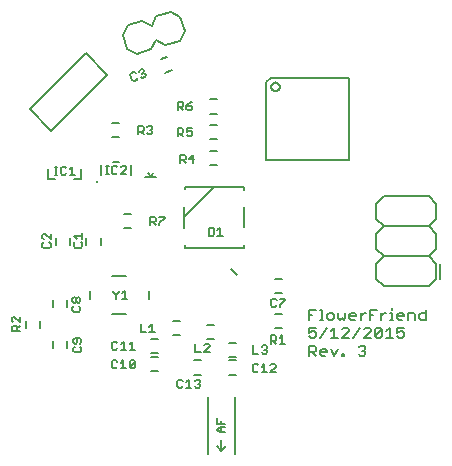
<source format=gto>
G75*
%MOIN*%
%OFA0B0*%
%FSLAX25Y25*%
%IPPOS*%
%LPD*%
%AMOC8*
5,1,8,0,0,1.08239X$1,22.5*
%
%ADD10C,0.00500*%
%ADD11C,0.00600*%
%ADD12C,0.00800*%
%ADD13C,0.01000*%
D10*
X0037603Y0043028D02*
X0039405Y0043028D01*
X0039855Y0043479D01*
X0039855Y0044380D01*
X0039405Y0044830D01*
X0039405Y0045975D02*
X0039855Y0046425D01*
X0039855Y0047326D01*
X0039405Y0047776D01*
X0037603Y0047776D01*
X0037153Y0047326D01*
X0037153Y0046425D01*
X0037603Y0045975D01*
X0038054Y0045975D01*
X0038504Y0046425D01*
X0038504Y0047776D01*
X0037603Y0044830D02*
X0037153Y0044380D01*
X0037153Y0043479D01*
X0037603Y0043028D01*
X0050087Y0044404D02*
X0050537Y0043954D01*
X0051438Y0043954D01*
X0051888Y0044404D01*
X0053033Y0043954D02*
X0054835Y0043954D01*
X0053934Y0043954D02*
X0053934Y0046656D01*
X0053033Y0045755D01*
X0051888Y0046206D02*
X0051438Y0046656D01*
X0050537Y0046656D01*
X0050087Y0046206D01*
X0050087Y0044404D01*
X0050448Y0040464D02*
X0049997Y0040013D01*
X0049997Y0038212D01*
X0050448Y0037761D01*
X0051348Y0037761D01*
X0051799Y0038212D01*
X0052944Y0037761D02*
X0054745Y0037761D01*
X0053845Y0037761D02*
X0053845Y0040464D01*
X0052944Y0039563D01*
X0051799Y0040013D02*
X0051348Y0040464D01*
X0050448Y0040464D01*
X0055890Y0040013D02*
X0055890Y0038212D01*
X0057692Y0040013D01*
X0057692Y0038212D01*
X0057241Y0037761D01*
X0056341Y0037761D01*
X0055890Y0038212D01*
X0055890Y0040013D02*
X0056341Y0040464D01*
X0057241Y0040464D01*
X0057692Y0040013D01*
X0057781Y0043954D02*
X0055980Y0043954D01*
X0056881Y0043954D02*
X0056881Y0046656D01*
X0055980Y0045755D01*
X0059569Y0049883D02*
X0061371Y0049883D01*
X0062516Y0049883D02*
X0064317Y0049883D01*
X0063417Y0049883D02*
X0063417Y0052586D01*
X0062516Y0051685D01*
X0059569Y0052586D02*
X0059569Y0049883D01*
X0055198Y0060913D02*
X0053396Y0060913D01*
X0054297Y0060913D02*
X0054297Y0063616D01*
X0053396Y0062715D01*
X0052251Y0063165D02*
X0052251Y0063616D01*
X0052251Y0063165D02*
X0051350Y0062264D01*
X0051350Y0060913D01*
X0051350Y0062264D02*
X0050449Y0063165D01*
X0050449Y0063616D01*
X0039526Y0060962D02*
X0039526Y0060061D01*
X0039075Y0059610D01*
X0038625Y0059610D01*
X0038175Y0060061D01*
X0038175Y0060962D01*
X0038625Y0061412D01*
X0039075Y0061412D01*
X0039526Y0060962D01*
X0038175Y0060962D02*
X0037724Y0061412D01*
X0037274Y0061412D01*
X0036823Y0060962D01*
X0036823Y0060061D01*
X0037274Y0059610D01*
X0037724Y0059610D01*
X0038175Y0060061D01*
X0039075Y0058465D02*
X0039526Y0058015D01*
X0039526Y0057114D01*
X0039075Y0056664D01*
X0037274Y0056664D01*
X0036823Y0057114D01*
X0036823Y0058015D01*
X0037274Y0058465D01*
X0019266Y0054896D02*
X0019266Y0053095D01*
X0017465Y0054896D01*
X0017014Y0054896D01*
X0016564Y0054446D01*
X0016564Y0053545D01*
X0017014Y0053095D01*
X0017014Y0051950D02*
X0016564Y0051499D01*
X0016564Y0050148D01*
X0019266Y0050148D01*
X0018366Y0050148D02*
X0018366Y0051499D01*
X0017915Y0051950D01*
X0017014Y0051950D01*
X0018366Y0051049D02*
X0019266Y0051950D01*
X0027339Y0077904D02*
X0029141Y0077904D01*
X0029591Y0078354D01*
X0029591Y0079255D01*
X0029141Y0079706D01*
X0029591Y0080851D02*
X0027790Y0082652D01*
X0027339Y0082652D01*
X0026889Y0082202D01*
X0026889Y0081301D01*
X0027339Y0080851D01*
X0027339Y0079706D02*
X0026889Y0079255D01*
X0026889Y0078354D01*
X0027339Y0077904D01*
X0029591Y0080851D02*
X0029591Y0082652D01*
X0037340Y0081867D02*
X0040042Y0081867D01*
X0040042Y0080966D02*
X0040042Y0082768D01*
X0038241Y0080966D02*
X0037340Y0081867D01*
X0037791Y0079821D02*
X0037340Y0079371D01*
X0037340Y0078470D01*
X0037791Y0078020D01*
X0039592Y0078020D01*
X0040042Y0078470D01*
X0040042Y0079371D01*
X0039592Y0079821D01*
X0037701Y0102253D02*
X0035899Y0102253D01*
X0036800Y0102253D02*
X0036800Y0104955D01*
X0035899Y0104054D01*
X0034754Y0104505D02*
X0034304Y0104955D01*
X0033403Y0104955D01*
X0032953Y0104505D01*
X0032953Y0102703D01*
X0033403Y0102253D01*
X0034304Y0102253D01*
X0034754Y0102703D01*
X0031889Y0102253D02*
X0030988Y0102253D01*
X0031439Y0102253D02*
X0031439Y0104955D01*
X0031889Y0104955D02*
X0030988Y0104955D01*
X0029842Y0116914D02*
X0048494Y0135566D01*
X0041256Y0142804D01*
X0022604Y0124152D01*
X0029842Y0116914D01*
X0048063Y0105166D02*
X0048964Y0105166D01*
X0048514Y0105166D02*
X0048514Y0102464D01*
X0048964Y0102464D02*
X0048063Y0102464D01*
X0050028Y0102914D02*
X0050028Y0104716D01*
X0050478Y0105166D01*
X0051379Y0105166D01*
X0051829Y0104716D01*
X0052974Y0104716D02*
X0053425Y0105166D01*
X0054325Y0105166D01*
X0054776Y0104716D01*
X0054776Y0104266D01*
X0052974Y0102464D01*
X0054776Y0102464D01*
X0051829Y0102914D02*
X0051379Y0102464D01*
X0050478Y0102464D01*
X0050028Y0102914D01*
X0058786Y0115791D02*
X0058786Y0118493D01*
X0060137Y0118493D01*
X0060587Y0118043D01*
X0060587Y0117142D01*
X0060137Y0116692D01*
X0058786Y0116692D01*
X0059687Y0116692D02*
X0060587Y0115791D01*
X0061732Y0116241D02*
X0062183Y0115791D01*
X0063084Y0115791D01*
X0063534Y0116241D01*
X0063534Y0116692D01*
X0063084Y0117142D01*
X0062633Y0117142D01*
X0063084Y0117142D02*
X0063534Y0117593D01*
X0063534Y0118043D01*
X0063084Y0118493D01*
X0062183Y0118493D01*
X0061732Y0118043D01*
X0071969Y0117804D02*
X0071969Y0115102D01*
X0071969Y0116003D02*
X0073320Y0116003D01*
X0073770Y0116453D01*
X0073770Y0117354D01*
X0073320Y0117804D01*
X0071969Y0117804D01*
X0072870Y0116003D02*
X0073770Y0115102D01*
X0074915Y0115552D02*
X0075366Y0115102D01*
X0076266Y0115102D01*
X0076717Y0115552D01*
X0076717Y0116453D01*
X0076266Y0116904D01*
X0075816Y0116904D01*
X0074915Y0116453D01*
X0074915Y0117804D01*
X0076717Y0117804D01*
X0076234Y0123891D02*
X0075333Y0123891D01*
X0074883Y0124341D01*
X0074883Y0125242D01*
X0076234Y0125242D01*
X0076684Y0124792D01*
X0076684Y0124341D01*
X0076234Y0123891D01*
X0074883Y0125242D02*
X0075783Y0126143D01*
X0076684Y0126593D01*
X0073738Y0126143D02*
X0073738Y0125242D01*
X0073287Y0124792D01*
X0071936Y0124792D01*
X0071936Y0123891D02*
X0071936Y0126593D01*
X0073287Y0126593D01*
X0073738Y0126143D01*
X0072837Y0124792D02*
X0073738Y0123891D01*
X0061010Y0134883D02*
X0061279Y0135461D01*
X0061125Y0135884D01*
X0060548Y0136153D01*
X0060124Y0135999D01*
X0060548Y0136153D02*
X0060817Y0136730D01*
X0060663Y0137154D01*
X0060085Y0137423D01*
X0059239Y0137115D01*
X0058970Y0136537D01*
X0057894Y0136146D02*
X0057317Y0136415D01*
X0056470Y0136107D01*
X0056201Y0135530D01*
X0056817Y0133837D01*
X0057394Y0133568D01*
X0058241Y0133876D01*
X0058510Y0134453D01*
X0059586Y0134845D02*
X0060163Y0134575D01*
X0061010Y0134883D01*
X0072788Y0108877D02*
X0074139Y0108877D01*
X0074589Y0108426D01*
X0074589Y0107526D01*
X0074139Y0107075D01*
X0072788Y0107075D01*
X0072788Y0106174D02*
X0072788Y0108877D01*
X0073689Y0107075D02*
X0074589Y0106174D01*
X0075734Y0107526D02*
X0077536Y0107526D01*
X0077086Y0108877D02*
X0077086Y0106174D01*
X0075734Y0107526D02*
X0077086Y0108877D01*
X0067577Y0088302D02*
X0065776Y0088302D01*
X0064631Y0087852D02*
X0064631Y0086951D01*
X0064180Y0086501D01*
X0062829Y0086501D01*
X0063730Y0086501D02*
X0064631Y0085600D01*
X0065776Y0085600D02*
X0065776Y0086050D01*
X0067577Y0087852D01*
X0067577Y0088302D01*
X0064631Y0087852D02*
X0064180Y0088302D01*
X0062829Y0088302D01*
X0062829Y0085600D01*
X0082245Y0084688D02*
X0082245Y0081986D01*
X0083597Y0081986D01*
X0084047Y0082436D01*
X0084047Y0084238D01*
X0083597Y0084688D01*
X0082245Y0084688D01*
X0085192Y0083787D02*
X0086093Y0084688D01*
X0086093Y0081986D01*
X0086993Y0081986D02*
X0085192Y0081986D01*
X0103539Y0060999D02*
X0103089Y0060549D01*
X0103089Y0058747D01*
X0103539Y0058297D01*
X0104440Y0058297D01*
X0104890Y0058747D01*
X0106035Y0058747D02*
X0106035Y0058297D01*
X0106035Y0058747D02*
X0107837Y0060549D01*
X0107837Y0060999D01*
X0106035Y0060999D01*
X0104890Y0060549D02*
X0104440Y0060999D01*
X0103539Y0060999D01*
X0102978Y0048697D02*
X0104329Y0048697D01*
X0104779Y0048247D01*
X0104779Y0047346D01*
X0104329Y0046895D01*
X0102978Y0046895D01*
X0102978Y0045995D02*
X0102978Y0048697D01*
X0103879Y0046895D02*
X0104779Y0045995D01*
X0105924Y0045995D02*
X0107726Y0045995D01*
X0106825Y0045995D02*
X0106825Y0048697D01*
X0105924Y0047796D01*
X0101715Y0044922D02*
X0101715Y0044471D01*
X0101265Y0044021D01*
X0101715Y0043570D01*
X0101715Y0043120D01*
X0101265Y0042670D01*
X0100364Y0042670D01*
X0099914Y0043120D01*
X0098769Y0042670D02*
X0096967Y0042670D01*
X0096967Y0045372D01*
X0099914Y0044922D02*
X0100364Y0045372D01*
X0101265Y0045372D01*
X0101715Y0044922D01*
X0101265Y0044021D02*
X0100815Y0044021D01*
X0100822Y0039257D02*
X0099921Y0038356D01*
X0098776Y0038807D02*
X0098326Y0039257D01*
X0097425Y0039257D01*
X0096974Y0038807D01*
X0096974Y0037005D01*
X0097425Y0036555D01*
X0098326Y0036555D01*
X0098776Y0037005D01*
X0099921Y0036555D02*
X0101722Y0036555D01*
X0100822Y0036555D02*
X0100822Y0039257D01*
X0102867Y0038807D02*
X0103318Y0039257D01*
X0104219Y0039257D01*
X0104669Y0038807D01*
X0104669Y0038356D01*
X0102867Y0036555D01*
X0104669Y0036555D01*
X0087776Y0019313D02*
X0085074Y0019313D01*
X0085074Y0021115D01*
X0086425Y0020214D02*
X0086425Y0019313D01*
X0086425Y0018168D02*
X0086425Y0016367D01*
X0085975Y0016367D02*
X0085074Y0017268D01*
X0085975Y0018168D01*
X0087776Y0018168D01*
X0087776Y0016367D02*
X0085975Y0016367D01*
X0079018Y0031273D02*
X0078117Y0031273D01*
X0077667Y0031723D01*
X0076522Y0031273D02*
X0074720Y0031273D01*
X0075621Y0031273D02*
X0075621Y0033975D01*
X0074720Y0033074D01*
X0073575Y0033524D02*
X0073125Y0033975D01*
X0072224Y0033975D01*
X0071774Y0033524D01*
X0071774Y0031723D01*
X0072224Y0031273D01*
X0073125Y0031273D01*
X0073575Y0031723D01*
X0077667Y0033524D02*
X0078117Y0033975D01*
X0079018Y0033975D01*
X0079468Y0033524D01*
X0079468Y0033074D01*
X0079018Y0032624D01*
X0079468Y0032173D01*
X0079468Y0031723D01*
X0079018Y0031273D01*
X0079018Y0032624D02*
X0078567Y0032624D01*
X0077884Y0043265D02*
X0079686Y0043265D01*
X0080831Y0043265D02*
X0082632Y0045067D01*
X0082632Y0045517D01*
X0082182Y0045968D01*
X0081281Y0045968D01*
X0080831Y0045517D01*
X0080831Y0043265D02*
X0082632Y0043265D01*
X0077884Y0043265D02*
X0077884Y0045968D01*
D11*
X0030367Y0046761D02*
X0030367Y0044399D01*
X0035091Y0044399D02*
X0035091Y0046761D01*
X0026070Y0051260D02*
X0026070Y0053622D01*
X0021346Y0053622D02*
X0021346Y0051260D01*
X0030367Y0058178D02*
X0030367Y0060540D01*
X0035091Y0060540D02*
X0035091Y0058178D01*
X0036009Y0078915D02*
X0036009Y0081277D01*
X0031285Y0081277D02*
X0031285Y0078915D01*
X0041540Y0078924D02*
X0041540Y0081286D01*
X0046264Y0081286D02*
X0046264Y0078924D01*
X0053989Y0084588D02*
X0056351Y0084588D01*
X0056351Y0089312D02*
X0053989Y0089312D01*
X0052486Y0114922D02*
X0050124Y0114922D01*
X0050124Y0119647D02*
X0052486Y0119647D01*
X0067860Y0136339D02*
X0070080Y0137146D01*
X0068464Y0141586D02*
X0066244Y0140778D01*
X0082801Y0127364D02*
X0085163Y0127364D01*
X0085163Y0122640D02*
X0082801Y0122640D01*
X0082832Y0118790D02*
X0085194Y0118790D01*
X0085194Y0114066D02*
X0082832Y0114066D01*
X0082716Y0110223D02*
X0085079Y0110223D01*
X0085079Y0105499D02*
X0082716Y0105499D01*
X0101538Y0107034D02*
X0101538Y0133235D01*
X0102936Y0134632D01*
X0129137Y0134632D01*
X0129137Y0107034D01*
X0101538Y0107034D01*
X0103123Y0131633D02*
X0103125Y0131708D01*
X0103131Y0131782D01*
X0103141Y0131856D01*
X0103154Y0131929D01*
X0103172Y0132002D01*
X0103193Y0132073D01*
X0103218Y0132144D01*
X0103247Y0132213D01*
X0103280Y0132280D01*
X0103316Y0132345D01*
X0103355Y0132409D01*
X0103397Y0132470D01*
X0103443Y0132529D01*
X0103492Y0132586D01*
X0103544Y0132639D01*
X0103598Y0132690D01*
X0103655Y0132739D01*
X0103715Y0132783D01*
X0103777Y0132825D01*
X0103841Y0132864D01*
X0103907Y0132899D01*
X0103974Y0132930D01*
X0104044Y0132958D01*
X0104114Y0132982D01*
X0104186Y0133003D01*
X0104259Y0133019D01*
X0104332Y0133032D01*
X0104407Y0133041D01*
X0104481Y0133046D01*
X0104556Y0133047D01*
X0104630Y0133044D01*
X0104705Y0133037D01*
X0104778Y0133026D01*
X0104852Y0133012D01*
X0104924Y0132993D01*
X0104995Y0132971D01*
X0105065Y0132945D01*
X0105134Y0132915D01*
X0105200Y0132882D01*
X0105265Y0132845D01*
X0105328Y0132805D01*
X0105389Y0132761D01*
X0105447Y0132715D01*
X0105503Y0132665D01*
X0105556Y0132613D01*
X0105607Y0132558D01*
X0105654Y0132500D01*
X0105698Y0132440D01*
X0105739Y0132377D01*
X0105777Y0132313D01*
X0105811Y0132247D01*
X0105842Y0132178D01*
X0105869Y0132109D01*
X0105892Y0132038D01*
X0105911Y0131966D01*
X0105927Y0131893D01*
X0105939Y0131819D01*
X0105947Y0131745D01*
X0105951Y0131670D01*
X0105951Y0131596D01*
X0105947Y0131521D01*
X0105939Y0131447D01*
X0105927Y0131373D01*
X0105911Y0131300D01*
X0105892Y0131228D01*
X0105869Y0131157D01*
X0105842Y0131088D01*
X0105811Y0131019D01*
X0105777Y0130953D01*
X0105739Y0130889D01*
X0105698Y0130826D01*
X0105654Y0130766D01*
X0105607Y0130708D01*
X0105556Y0130653D01*
X0105503Y0130601D01*
X0105447Y0130551D01*
X0105389Y0130505D01*
X0105328Y0130461D01*
X0105265Y0130421D01*
X0105200Y0130384D01*
X0105134Y0130351D01*
X0105065Y0130321D01*
X0104995Y0130295D01*
X0104924Y0130273D01*
X0104852Y0130254D01*
X0104778Y0130240D01*
X0104705Y0130229D01*
X0104630Y0130222D01*
X0104556Y0130219D01*
X0104481Y0130220D01*
X0104407Y0130225D01*
X0104332Y0130234D01*
X0104259Y0130247D01*
X0104186Y0130263D01*
X0104114Y0130284D01*
X0104044Y0130308D01*
X0103974Y0130336D01*
X0103907Y0130367D01*
X0103841Y0130402D01*
X0103777Y0130441D01*
X0103715Y0130483D01*
X0103655Y0130527D01*
X0103598Y0130576D01*
X0103544Y0130627D01*
X0103492Y0130680D01*
X0103443Y0130737D01*
X0103397Y0130796D01*
X0103355Y0130857D01*
X0103316Y0130921D01*
X0103280Y0130986D01*
X0103247Y0131053D01*
X0103218Y0131122D01*
X0103193Y0131193D01*
X0103172Y0131264D01*
X0103154Y0131337D01*
X0103141Y0131410D01*
X0103131Y0131484D01*
X0103125Y0131558D01*
X0103123Y0131633D01*
X0104382Y0067627D02*
X0106745Y0067627D01*
X0106745Y0062903D02*
X0104382Y0062903D01*
X0104382Y0055816D02*
X0106745Y0055816D01*
X0106745Y0051092D02*
X0104382Y0051092D01*
X0115706Y0051346D02*
X0115706Y0049644D01*
X0116840Y0050211D01*
X0117407Y0050211D01*
X0117975Y0049644D01*
X0117975Y0048510D01*
X0117407Y0047943D01*
X0116273Y0047943D01*
X0115706Y0048510D01*
X0115706Y0051346D02*
X0117975Y0051346D01*
X0119389Y0053943D02*
X0120523Y0053943D01*
X0119956Y0053943D02*
X0119956Y0057346D01*
X0119389Y0057346D01*
X0117975Y0057346D02*
X0115706Y0057346D01*
X0115706Y0053943D01*
X0115706Y0055644D02*
X0116840Y0055644D01*
X0121845Y0055644D02*
X0121845Y0054510D01*
X0122412Y0053943D01*
X0123546Y0053943D01*
X0124113Y0054510D01*
X0124113Y0055644D01*
X0123546Y0056211D01*
X0122412Y0056211D01*
X0121845Y0055644D01*
X0125528Y0056211D02*
X0125528Y0054510D01*
X0126095Y0053943D01*
X0126662Y0054510D01*
X0127229Y0053943D01*
X0127796Y0054510D01*
X0127796Y0056211D01*
X0129211Y0055644D02*
X0129778Y0056211D01*
X0130912Y0056211D01*
X0131479Y0055644D01*
X0131479Y0055077D01*
X0129211Y0055077D01*
X0129211Y0054510D02*
X0129211Y0055644D01*
X0129211Y0054510D02*
X0129778Y0053943D01*
X0130912Y0053943D01*
X0132894Y0053943D02*
X0132894Y0056211D01*
X0132894Y0055077D02*
X0134028Y0056211D01*
X0134595Y0056211D01*
X0135963Y0055644D02*
X0137098Y0055644D01*
X0135963Y0057346D02*
X0138232Y0057346D01*
X0139646Y0056211D02*
X0139646Y0053943D01*
X0139646Y0055077D02*
X0140781Y0056211D01*
X0141348Y0056211D01*
X0142716Y0056211D02*
X0143283Y0056211D01*
X0143283Y0053943D01*
X0142716Y0053943D02*
X0143850Y0053943D01*
X0145171Y0054510D02*
X0145171Y0055644D01*
X0145738Y0056211D01*
X0146873Y0056211D01*
X0147440Y0055644D01*
X0147440Y0055077D01*
X0145171Y0055077D01*
X0145171Y0054510D02*
X0145738Y0053943D01*
X0146873Y0053943D01*
X0148854Y0053943D02*
X0148854Y0056211D01*
X0150556Y0056211D01*
X0151123Y0055644D01*
X0151123Y0053943D01*
X0152537Y0054510D02*
X0152537Y0055644D01*
X0153105Y0056211D01*
X0154806Y0056211D01*
X0154806Y0057346D02*
X0154806Y0053943D01*
X0153105Y0053943D01*
X0152537Y0054510D01*
X0147440Y0051346D02*
X0145171Y0051346D01*
X0145171Y0049644D01*
X0146305Y0050211D01*
X0146873Y0050211D01*
X0147440Y0049644D01*
X0147440Y0048510D01*
X0146873Y0047943D01*
X0145738Y0047943D01*
X0145171Y0048510D01*
X0143757Y0047943D02*
X0141488Y0047943D01*
X0142622Y0047943D02*
X0142622Y0051346D01*
X0141488Y0050211D01*
X0140073Y0050778D02*
X0140073Y0048510D01*
X0139506Y0047943D01*
X0138372Y0047943D01*
X0137805Y0048510D01*
X0140073Y0050778D01*
X0139506Y0051346D01*
X0138372Y0051346D01*
X0137805Y0050778D01*
X0137805Y0048510D01*
X0136390Y0047943D02*
X0134122Y0047943D01*
X0136390Y0050211D01*
X0136390Y0050778D01*
X0135823Y0051346D01*
X0134689Y0051346D01*
X0134122Y0050778D01*
X0132707Y0051346D02*
X0130439Y0047943D01*
X0129024Y0047943D02*
X0126755Y0047943D01*
X0129024Y0050211D01*
X0129024Y0050778D01*
X0128457Y0051346D01*
X0127323Y0051346D01*
X0126755Y0050778D01*
X0124207Y0051346D02*
X0124207Y0047943D01*
X0125341Y0047943D02*
X0123072Y0047943D01*
X0123072Y0050211D02*
X0124207Y0051346D01*
X0121658Y0051346D02*
X0119389Y0047943D01*
X0117407Y0045346D02*
X0117975Y0044778D01*
X0117975Y0043644D01*
X0117407Y0043077D01*
X0115706Y0043077D01*
X0116840Y0043077D02*
X0117975Y0041943D01*
X0119389Y0042510D02*
X0119389Y0043644D01*
X0119956Y0044211D01*
X0121091Y0044211D01*
X0121658Y0043644D01*
X0121658Y0043077D01*
X0119389Y0043077D01*
X0119389Y0042510D02*
X0119956Y0041943D01*
X0121091Y0041943D01*
X0123072Y0044211D02*
X0124207Y0041943D01*
X0125341Y0044211D01*
X0126755Y0042510D02*
X0127323Y0042510D01*
X0127323Y0041943D01*
X0126755Y0041943D01*
X0126755Y0042510D01*
X0132280Y0042510D02*
X0132847Y0041943D01*
X0133982Y0041943D01*
X0134549Y0042510D01*
X0134549Y0043077D01*
X0133982Y0043644D01*
X0133414Y0043644D01*
X0133982Y0043644D02*
X0134549Y0044211D01*
X0134549Y0044778D01*
X0133982Y0045346D01*
X0132847Y0045346D01*
X0132280Y0044778D01*
X0135963Y0053943D02*
X0135963Y0057346D01*
X0143283Y0057346D02*
X0143283Y0057913D01*
X0117407Y0045346D02*
X0115706Y0045346D01*
X0115706Y0041943D01*
X0091256Y0041616D02*
X0088894Y0041616D01*
X0088902Y0040398D02*
X0091264Y0040398D01*
X0091264Y0035673D02*
X0088902Y0035673D01*
X0079647Y0035649D02*
X0077285Y0035649D01*
X0077285Y0040373D02*
X0079647Y0040373D01*
X0081774Y0047476D02*
X0084137Y0047476D01*
X0088894Y0046340D02*
X0091256Y0046340D01*
X0084137Y0052201D02*
X0081774Y0052201D01*
X0072586Y0053653D02*
X0070223Y0053653D01*
X0070223Y0048929D02*
X0072586Y0048929D01*
X0065514Y0047634D02*
X0063152Y0047634D01*
X0063152Y0042909D02*
X0065514Y0042909D01*
X0065514Y0041592D02*
X0063152Y0041592D01*
X0063152Y0036868D02*
X0065514Y0036868D01*
D12*
X0081994Y0028298D02*
X0081994Y0009298D01*
X0084994Y0011798D02*
X0086494Y0010298D01*
X0087994Y0011798D01*
X0086494Y0010298D02*
X0086494Y0013798D01*
X0090994Y0009298D02*
X0090994Y0028298D01*
X0062271Y0061013D02*
X0062271Y0063375D01*
X0054791Y0068493D02*
X0050067Y0068493D01*
X0042586Y0063375D02*
X0042586Y0061013D01*
X0050067Y0055894D02*
X0054791Y0055894D01*
X0074267Y0077789D02*
X0074267Y0078699D01*
X0074267Y0077789D02*
X0093757Y0077789D01*
X0093757Y0077769D01*
X0093957Y0077769D01*
X0093957Y0078769D01*
X0094157Y0084869D02*
X0094157Y0091569D01*
X0094037Y0097199D02*
X0094037Y0098269D01*
X0093837Y0098269D01*
X0093837Y0098279D01*
X0074277Y0098279D01*
X0074277Y0097389D01*
X0074157Y0091469D02*
X0074157Y0088069D01*
X0084157Y0098069D01*
X0074157Y0088069D02*
X0074157Y0084669D01*
X0089820Y0070895D02*
X0091789Y0068927D01*
X0064721Y0101525D02*
X0062910Y0101525D01*
X0061990Y0102746D01*
X0061099Y0101525D02*
X0062910Y0101525D01*
X0063010Y0101586D02*
X0063770Y0102746D01*
X0056309Y0102155D02*
X0056309Y0105536D01*
X0052365Y0106636D02*
X0050252Y0106636D01*
X0046309Y0105536D02*
X0046309Y0102155D01*
X0039856Y0100989D02*
X0039856Y0104139D01*
X0039856Y0100989D02*
X0037494Y0100989D01*
X0031195Y0100989D02*
X0028833Y0100989D01*
X0028833Y0104139D01*
X0055143Y0144220D02*
X0058267Y0142566D01*
X0063046Y0144036D01*
X0064701Y0147160D01*
X0067825Y0145506D01*
X0072604Y0146976D01*
X0074259Y0150101D01*
X0072788Y0154880D01*
X0069664Y0156534D01*
X0064885Y0155064D01*
X0063231Y0151939D01*
X0060106Y0153594D01*
X0055327Y0152124D01*
X0053673Y0148999D01*
X0055143Y0144220D01*
X0138158Y0092573D02*
X0138158Y0087573D01*
X0140658Y0085073D01*
X0155658Y0085073D01*
X0158158Y0087573D01*
X0158158Y0092573D01*
X0155658Y0095073D01*
X0140658Y0095073D01*
X0138158Y0092573D01*
X0140658Y0085073D02*
X0138158Y0082573D01*
X0138158Y0077573D01*
X0140658Y0075073D01*
X0155658Y0075073D01*
X0158158Y0077573D01*
X0158158Y0082573D01*
X0155658Y0085073D01*
X0155658Y0075073D02*
X0158158Y0072573D01*
X0158158Y0067573D01*
X0155658Y0065073D01*
X0140658Y0065073D01*
X0138158Y0067573D01*
X0138158Y0072573D01*
X0140658Y0075073D01*
X0159477Y0072573D02*
X0159477Y0067573D01*
D13*
X0045009Y0099845D03*
M02*

</source>
